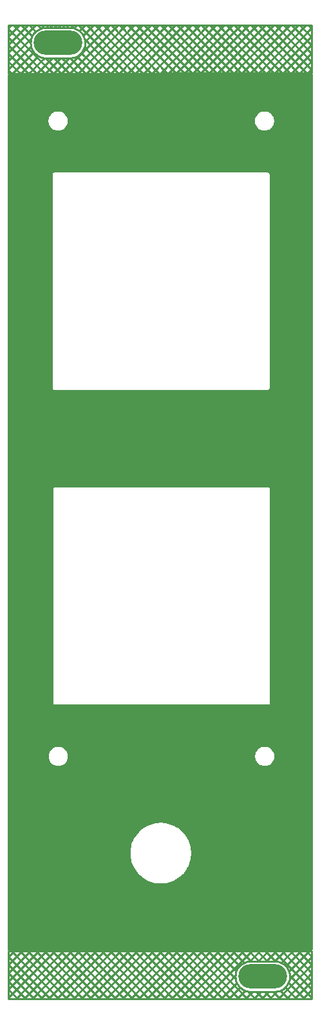
<source format=gbl>
G04 Layer: BottomLayer*
G04 EasyEDA v6.5.34, 2023-08-21 18:11:39*
G04 41bd66247c774cb09e50729edd233ae6,5a6b42c53f6a479593ecc07194224c93,10*
G04 Gerber Generator version 0.2*
G04 Scale: 100 percent, Rotated: No, Reflected: No *
G04 Dimensions in millimeters *
G04 leading zeros omitted , absolute positions ,4 integer and 5 decimal *
%FSLAX45Y45*%
%MOMM*%

%ADD10C,0.2540*%
%ADD11O,6.4000126X3.1999936*%

%LPD*%
G36*
X36068Y673100D02*
G01*
X32156Y673862D01*
X28905Y676097D01*
X26670Y679348D01*
X25908Y683260D01*
X25908Y12143841D01*
X26670Y12147753D01*
X28854Y12151004D01*
X32156Y12153239D01*
X36017Y12154001D01*
X4027881Y12166498D01*
X4031792Y12165736D01*
X4035094Y12163501D01*
X4037329Y12160199D01*
X4038092Y12156338D01*
X4038092Y683260D01*
X4037329Y679348D01*
X4035094Y676097D01*
X4031843Y673862D01*
X4027932Y673100D01*
G37*

%LPC*%
G36*
X2025294Y1548536D02*
G01*
X2053082Y1548536D01*
X2080869Y1550466D01*
X2108403Y1554327D01*
X2135632Y1560118D01*
X2162352Y1567789D01*
X2188514Y1577289D01*
X2213914Y1588617D01*
X2238502Y1601673D01*
X2262073Y1616405D01*
X2284577Y1632762D01*
X2305913Y1650644D01*
X2325928Y1669999D01*
X2344521Y1690674D01*
X2361692Y1712569D01*
X2377236Y1735632D01*
X2391156Y1759762D01*
X2403348Y1784756D01*
X2413762Y1810562D01*
X2422347Y1837029D01*
X2429103Y1864004D01*
X2433929Y1891385D01*
X2436825Y1919071D01*
X2437790Y1946859D01*
X2436825Y1974697D01*
X2433929Y2002383D01*
X2429103Y2029764D01*
X2422347Y2056739D01*
X2413762Y2083206D01*
X2403348Y2109012D01*
X2391156Y2134006D01*
X2377236Y2158085D01*
X2361692Y2181199D01*
X2344521Y2203094D01*
X2325928Y2223770D01*
X2305913Y2243124D01*
X2284577Y2261006D01*
X2262073Y2277364D01*
X2238502Y2292096D01*
X2213914Y2305151D01*
X2188514Y2316480D01*
X2162352Y2325979D01*
X2135632Y2333650D01*
X2108403Y2339441D01*
X2080869Y2343302D01*
X2053082Y2345232D01*
X2025294Y2345232D01*
X1997506Y2343302D01*
X1969973Y2339441D01*
X1942744Y2333650D01*
X1916023Y2325979D01*
X1889861Y2316480D01*
X1864461Y2305151D01*
X1839874Y2292096D01*
X1816303Y2277364D01*
X1793798Y2261006D01*
X1772462Y2243124D01*
X1752447Y2223770D01*
X1733854Y2203094D01*
X1716735Y2181199D01*
X1701139Y2158085D01*
X1687271Y2134006D01*
X1675028Y2109012D01*
X1664614Y2083206D01*
X1656029Y2056739D01*
X1649323Y2029764D01*
X1644446Y2002383D01*
X1641551Y1974697D01*
X1640586Y1946859D01*
X1641551Y1919071D01*
X1644446Y1891385D01*
X1649323Y1864004D01*
X1656029Y1837029D01*
X1664614Y1810562D01*
X1675028Y1784756D01*
X1687271Y1759762D01*
X1701139Y1735632D01*
X1716735Y1712569D01*
X1733854Y1690674D01*
X1752447Y1669999D01*
X1772462Y1650644D01*
X1793798Y1632762D01*
X1816303Y1616405D01*
X1839874Y1601673D01*
X1864461Y1588617D01*
X1889861Y1577289D01*
X1916023Y1567789D01*
X1942744Y1560118D01*
X1969973Y1554327D01*
X1997506Y1550466D01*
G37*
G36*
X691388Y3090976D02*
G01*
X706577Y3091891D01*
X721512Y3094634D01*
X736041Y3099155D01*
X749909Y3105404D01*
X762914Y3113278D01*
X774852Y3122676D01*
X785622Y3133394D01*
X794969Y3145383D01*
X802843Y3158388D01*
X809091Y3172256D01*
X813612Y3186734D01*
X816356Y3201720D01*
X817270Y3216859D01*
X816356Y3232048D01*
X813612Y3247034D01*
X809091Y3261512D01*
X802843Y3275380D01*
X794969Y3288385D01*
X785622Y3300374D01*
X774852Y3311093D01*
X762914Y3320491D01*
X749909Y3328365D01*
X736041Y3334613D01*
X721512Y3339134D01*
X706577Y3341878D01*
X691388Y3342792D01*
X676198Y3341878D01*
X661263Y3339134D01*
X646734Y3334613D01*
X632866Y3328365D01*
X619861Y3320491D01*
X607923Y3311093D01*
X597154Y3300374D01*
X587806Y3288385D01*
X579932Y3275380D01*
X573684Y3261512D01*
X569163Y3247034D01*
X566420Y3232048D01*
X565505Y3216859D01*
X566420Y3201720D01*
X569163Y3186734D01*
X573684Y3172256D01*
X579932Y3158388D01*
X587806Y3145383D01*
X597154Y3133394D01*
X607923Y3122676D01*
X619861Y3113278D01*
X632866Y3105404D01*
X646734Y3099155D01*
X661263Y3094634D01*
X676198Y3091891D01*
G37*
G36*
X3406394Y3090976D02*
G01*
X3421583Y3091891D01*
X3436518Y3094634D01*
X3451047Y3099155D01*
X3464915Y3105404D01*
X3477920Y3113278D01*
X3489858Y3122676D01*
X3500628Y3133394D01*
X3509975Y3145383D01*
X3517849Y3158388D01*
X3524097Y3172256D01*
X3528618Y3186734D01*
X3531362Y3201720D01*
X3532276Y3216859D01*
X3531362Y3232048D01*
X3528618Y3247034D01*
X3524097Y3261512D01*
X3517849Y3275380D01*
X3509975Y3288385D01*
X3500628Y3300374D01*
X3489858Y3311093D01*
X3477920Y3320491D01*
X3464915Y3328365D01*
X3451047Y3334613D01*
X3436518Y3339134D01*
X3421583Y3341878D01*
X3406394Y3342792D01*
X3391204Y3341878D01*
X3376269Y3339134D01*
X3361740Y3334613D01*
X3347872Y3328365D01*
X3334867Y3320491D01*
X3322929Y3311093D01*
X3312160Y3300374D01*
X3302812Y3288385D01*
X3294938Y3275380D01*
X3288690Y3261512D01*
X3284169Y3247034D01*
X3281426Y3232048D01*
X3280511Y3216859D01*
X3281426Y3201720D01*
X3284169Y3186734D01*
X3288690Y3172256D01*
X3294938Y3158388D01*
X3302812Y3145383D01*
X3312160Y3133394D01*
X3322929Y3122676D01*
X3334867Y3113278D01*
X3347872Y3105404D01*
X3361740Y3099155D01*
X3376269Y3094634D01*
X3391204Y3091891D01*
G37*
G36*
X651764Y3893667D02*
G01*
X3450590Y3893667D01*
X3456940Y3894378D01*
X3462375Y3896309D01*
X3467303Y3899357D01*
X3471367Y3903472D01*
X3474465Y3908348D01*
X3476345Y3913835D01*
X3477056Y3920134D01*
X3477056Y6719011D01*
X3476345Y6725310D01*
X3474465Y6730796D01*
X3471367Y6735673D01*
X3467303Y6739788D01*
X3462375Y6742836D01*
X3456940Y6744766D01*
X3450590Y6745478D01*
X651764Y6745478D01*
X645414Y6744766D01*
X639978Y6742836D01*
X635050Y6739788D01*
X630986Y6735673D01*
X627888Y6730796D01*
X625957Y6725310D01*
X625246Y6719011D01*
X625246Y3920134D01*
X625957Y3913835D01*
X627888Y3908348D01*
X630986Y3903472D01*
X635050Y3899357D01*
X639978Y3896309D01*
X645414Y3894378D01*
G37*
G36*
X644398Y8019491D02*
G01*
X3443224Y8019491D01*
X3449574Y8020202D01*
X3455009Y8022132D01*
X3459937Y8025180D01*
X3464001Y8029295D01*
X3467100Y8034172D01*
X3469030Y8039658D01*
X3469741Y8045958D01*
X3469741Y10844834D01*
X3469030Y10851134D01*
X3467100Y10856620D01*
X3464001Y10861497D01*
X3459937Y10865612D01*
X3455009Y10868660D01*
X3449574Y10870590D01*
X3443224Y10871301D01*
X644398Y10871301D01*
X638048Y10870590D01*
X632612Y10868660D01*
X627684Y10865612D01*
X623620Y10861497D01*
X620522Y10856620D01*
X618642Y10851134D01*
X617931Y10844834D01*
X617931Y8045958D01*
X618642Y8039658D01*
X620522Y8034172D01*
X623620Y8029295D01*
X627684Y8025180D01*
X632612Y8022132D01*
X638048Y8020202D01*
G37*
G36*
X3403600Y11422176D02*
G01*
X3418789Y11423091D01*
X3433724Y11425834D01*
X3448253Y11430355D01*
X3462121Y11436604D01*
X3475126Y11444478D01*
X3487064Y11453876D01*
X3497834Y11464594D01*
X3507181Y11476583D01*
X3515055Y11489588D01*
X3521303Y11503456D01*
X3525824Y11517934D01*
X3528568Y11532920D01*
X3529482Y11548059D01*
X3528568Y11563248D01*
X3525824Y11578234D01*
X3521303Y11592712D01*
X3515055Y11606580D01*
X3507181Y11619585D01*
X3497834Y11631574D01*
X3487064Y11642293D01*
X3475126Y11651691D01*
X3462121Y11659565D01*
X3448253Y11665813D01*
X3433724Y11670334D01*
X3418789Y11673078D01*
X3403600Y11673992D01*
X3388410Y11673078D01*
X3373475Y11670334D01*
X3358946Y11665813D01*
X3345078Y11659565D01*
X3332073Y11651691D01*
X3320135Y11642293D01*
X3309365Y11631574D01*
X3300018Y11619585D01*
X3292144Y11606580D01*
X3285896Y11592712D01*
X3281375Y11578234D01*
X3278632Y11563248D01*
X3277717Y11548059D01*
X3278632Y11532920D01*
X3281375Y11517934D01*
X3285896Y11503456D01*
X3292144Y11489588D01*
X3300018Y11476583D01*
X3309365Y11464594D01*
X3320135Y11453876D01*
X3332073Y11444478D01*
X3345078Y11436604D01*
X3358946Y11430355D01*
X3373475Y11425834D01*
X3388410Y11423091D01*
G37*
G36*
X688594Y11422176D02*
G01*
X703783Y11423091D01*
X718718Y11425834D01*
X733247Y11430355D01*
X747115Y11436604D01*
X760120Y11444478D01*
X772058Y11453876D01*
X782828Y11464594D01*
X792175Y11476583D01*
X800049Y11489588D01*
X806297Y11503456D01*
X810818Y11517934D01*
X813562Y11532920D01*
X814476Y11548059D01*
X813562Y11563248D01*
X810818Y11578234D01*
X806297Y11592712D01*
X800049Y11606580D01*
X792175Y11619585D01*
X782828Y11631574D01*
X772058Y11642293D01*
X760120Y11651691D01*
X747115Y11659565D01*
X733247Y11665813D01*
X718718Y11670334D01*
X703783Y11673078D01*
X688594Y11673992D01*
X673404Y11673078D01*
X658469Y11670334D01*
X643940Y11665813D01*
X630072Y11659565D01*
X617067Y11651691D01*
X605129Y11642293D01*
X594360Y11631574D01*
X585012Y11619585D01*
X577138Y11606580D01*
X570890Y11592712D01*
X566369Y11578234D01*
X563626Y11563248D01*
X562711Y11548059D01*
X563626Y11532920D01*
X566369Y11517934D01*
X570890Y11503456D01*
X577138Y11489588D01*
X585012Y11476583D01*
X594360Y11464594D01*
X605129Y11453876D01*
X617067Y11444478D01*
X630072Y11436604D01*
X643940Y11430355D01*
X658469Y11425834D01*
X673404Y11423091D01*
G37*

%LPD*%
D10*
X3962400Y655393D02*
G01*
X3962400Y718893D01*
X4000500Y12128500D02*
G01*
X4000500Y12192000D01*
X4025138Y12179432D02*
G01*
X38862Y12166975D01*
X38862Y12166975D02*
G01*
X38862Y12800837D01*
X38862Y12800837D02*
G01*
X4025138Y12800837D01*
X4025138Y12800837D02*
G01*
X4025138Y12179432D01*
X372076Y12446843D02*
G01*
X385182Y12432383D01*
X385182Y12432383D02*
G01*
X399642Y12419277D01*
X399642Y12419277D02*
G01*
X415317Y12407652D01*
X415317Y12407652D02*
G01*
X432056Y12397619D01*
X432056Y12397619D02*
G01*
X449697Y12389275D01*
X449697Y12389275D02*
G01*
X468072Y12382701D01*
X468072Y12382701D02*
G01*
X487003Y12377959D01*
X487003Y12377959D02*
G01*
X506307Y12375095D01*
X506307Y12375095D02*
G01*
X525799Y12374138D01*
X525799Y12374138D02*
G01*
X845800Y12374138D01*
X845800Y12374138D02*
G01*
X865292Y12375095D01*
X865292Y12375095D02*
G01*
X884596Y12377959D01*
X884596Y12377959D02*
G01*
X903527Y12382701D01*
X903527Y12382701D02*
G01*
X921902Y12389275D01*
X921902Y12389275D02*
G01*
X939543Y12397619D01*
X939543Y12397619D02*
G01*
X956282Y12407652D01*
X956282Y12407652D02*
G01*
X971957Y12419277D01*
X971957Y12419277D02*
G01*
X986417Y12432383D01*
X986417Y12432383D02*
G01*
X999523Y12446843D01*
X999523Y12446843D02*
G01*
X1011148Y12462518D01*
X1011148Y12462518D02*
G01*
X1021181Y12479257D01*
X1021181Y12479257D02*
G01*
X1029525Y12496898D01*
X1029525Y12496898D02*
G01*
X1036099Y12515273D01*
X1036099Y12515273D02*
G01*
X1040841Y12534204D01*
X1040841Y12534204D02*
G01*
X1043705Y12553508D01*
X1043705Y12553508D02*
G01*
X1044662Y12573000D01*
X1044662Y12573000D02*
G01*
X1043705Y12592491D01*
X1043705Y12592491D02*
G01*
X1040841Y12611795D01*
X1040841Y12611795D02*
G01*
X1036099Y12630726D01*
X1036099Y12630726D02*
G01*
X1029525Y12649101D01*
X1029525Y12649101D02*
G01*
X1021181Y12666742D01*
X1021181Y12666742D02*
G01*
X1011148Y12683481D01*
X1011148Y12683481D02*
G01*
X999523Y12699156D01*
X999523Y12699156D02*
G01*
X986417Y12713616D01*
X986417Y12713616D02*
G01*
X971957Y12726722D01*
X971957Y12726722D02*
G01*
X956282Y12738347D01*
X956282Y12738347D02*
G01*
X939543Y12748380D01*
X939543Y12748380D02*
G01*
X921902Y12756724D01*
X921902Y12756724D02*
G01*
X903527Y12763298D01*
X903527Y12763298D02*
G01*
X884596Y12768040D01*
X884596Y12768040D02*
G01*
X865292Y12770904D01*
X865292Y12770904D02*
G01*
X845800Y12771861D01*
X845800Y12771861D02*
G01*
X525799Y12771861D01*
X525799Y12771861D02*
G01*
X506307Y12770904D01*
X506307Y12770904D02*
G01*
X487003Y12768040D01*
X487003Y12768040D02*
G01*
X468072Y12763298D01*
X468072Y12763298D02*
G01*
X449697Y12756724D01*
X449697Y12756724D02*
G01*
X432056Y12748380D01*
X432056Y12748380D02*
G01*
X415317Y12738347D01*
X415317Y12738347D02*
G01*
X399642Y12726722D01*
X399642Y12726722D02*
G01*
X385182Y12713616D01*
X385182Y12713616D02*
G01*
X372076Y12699156D01*
X372076Y12699156D02*
G01*
X360451Y12683481D01*
X360451Y12683481D02*
G01*
X350418Y12666742D01*
X350418Y12666742D02*
G01*
X342074Y12649101D01*
X342074Y12649101D02*
G01*
X335500Y12630726D01*
X335500Y12630726D02*
G01*
X330758Y12611795D01*
X330758Y12611795D02*
G01*
X327894Y12592491D01*
X327894Y12592491D02*
G01*
X326937Y12573000D01*
X326937Y12573000D02*
G01*
X327894Y12553508D01*
X327894Y12553508D02*
G01*
X330758Y12534204D01*
X330758Y12534204D02*
G01*
X335500Y12515273D01*
X335500Y12515273D02*
G01*
X342074Y12496898D01*
X342074Y12496898D02*
G01*
X350418Y12479257D01*
X350418Y12479257D02*
G01*
X360451Y12462518D01*
X360451Y12462518D02*
G01*
X372076Y12446843D01*
X38862Y12215467D02*
G01*
X87203Y12167126D01*
X38862Y12323230D02*
G01*
X194630Y12167462D01*
X38862Y12430993D02*
G01*
X302058Y12167798D01*
X38862Y12538756D02*
G01*
X409485Y12168133D01*
X38862Y12646520D02*
G01*
X516912Y12168469D01*
X38862Y12754283D02*
G01*
X624340Y12168805D01*
X100070Y12800837D02*
G01*
X326982Y12573925D01*
X526770Y12374138D02*
G01*
X731767Y12169140D01*
X207833Y12800837D02*
G01*
X347692Y12660978D01*
X634533Y12374138D02*
G01*
X839194Y12169476D01*
X315596Y12800837D02*
G01*
X394433Y12722000D01*
X742296Y12374138D02*
G01*
X946622Y12169812D01*
X423359Y12800837D02*
G01*
X462789Y12761408D01*
X849859Y12374337D02*
G01*
X1054049Y12170147D01*
X531122Y12800837D02*
G01*
X560098Y12771861D01*
X936011Y12395949D02*
G01*
X1161476Y12170483D01*
X638885Y12800837D02*
G01*
X667862Y12771861D01*
X996364Y12443358D02*
G01*
X1268904Y12170819D01*
X746648Y12800837D02*
G01*
X775625Y12771861D01*
X1035075Y12512411D02*
G01*
X1376331Y12171154D01*
X854411Y12800837D02*
G01*
X888082Y12767167D01*
X1039968Y12615281D02*
G01*
X1483759Y12171490D01*
X962174Y12800837D02*
G01*
X1591186Y12171826D01*
X1069937Y12800837D02*
G01*
X1698613Y12172162D01*
X1177700Y12800837D02*
G01*
X1806041Y12172497D01*
X1285464Y12800837D02*
G01*
X1913468Y12172833D01*
X1393227Y12800837D02*
G01*
X2020895Y12173169D01*
X1500990Y12800837D02*
G01*
X2128323Y12173504D01*
X1608753Y12800837D02*
G01*
X2235750Y12173840D01*
X1716516Y12800837D02*
G01*
X2343177Y12174176D01*
X1824279Y12800837D02*
G01*
X2450605Y12174512D01*
X1932042Y12800837D02*
G01*
X2558032Y12174847D01*
X2039805Y12800837D02*
G01*
X2665459Y12175183D01*
X2147568Y12800837D02*
G01*
X2772887Y12175519D01*
X2255331Y12800837D02*
G01*
X2880314Y12175854D01*
X2363094Y12800837D02*
G01*
X2987742Y12176190D01*
X2470857Y12800837D02*
G01*
X3095169Y12176526D01*
X2578620Y12800837D02*
G01*
X3202596Y12176862D01*
X2686384Y12800837D02*
G01*
X3310024Y12177197D01*
X2794147Y12800837D02*
G01*
X3417451Y12177533D01*
X2901910Y12800837D02*
G01*
X3524878Y12177869D01*
X3009673Y12800837D02*
G01*
X3632306Y12178205D01*
X3117436Y12800837D02*
G01*
X3739733Y12178540D01*
X3225199Y12800837D02*
G01*
X3847160Y12178876D01*
X3332962Y12800837D02*
G01*
X3954588Y12179212D01*
X3440725Y12800837D02*
G01*
X4025138Y12216425D01*
X3548488Y12800837D02*
G01*
X4025138Y12324188D01*
X3656251Y12800837D02*
G01*
X4025138Y12431951D01*
X3764014Y12800837D02*
G01*
X4025138Y12539714D01*
X3871777Y12800837D02*
G01*
X4025138Y12647477D01*
X3979540Y12800837D02*
G01*
X4025138Y12755240D01*
X3976249Y12179279D02*
G01*
X4025138Y12228167D01*
X3868148Y12178942D02*
G01*
X4025138Y12335930D01*
X3760048Y12178604D02*
G01*
X4025138Y12443693D01*
X3651947Y12178266D02*
G01*
X4025138Y12551456D01*
X3543846Y12177928D02*
G01*
X4025138Y12659220D01*
X3435745Y12177590D02*
G01*
X4025138Y12766983D01*
X3327644Y12177253D02*
G01*
X3951229Y12800837D01*
X3219543Y12176915D02*
G01*
X3843466Y12800837D01*
X3111442Y12176577D02*
G01*
X3735703Y12800837D01*
X3003341Y12176239D02*
G01*
X3627940Y12800837D01*
X2895241Y12175901D02*
G01*
X3520177Y12800837D01*
X2787140Y12175563D02*
G01*
X3412414Y12800837D01*
X2679039Y12175226D02*
G01*
X3304651Y12800837D01*
X2570938Y12174888D02*
G01*
X3196888Y12800837D01*
X2462837Y12174550D02*
G01*
X3089125Y12800837D01*
X2354736Y12174212D02*
G01*
X2981362Y12800837D01*
X2246635Y12173874D02*
G01*
X2873599Y12800837D01*
X2138534Y12173536D02*
G01*
X2765835Y12800837D01*
X2030434Y12173199D02*
G01*
X2658072Y12800837D01*
X1922333Y12172861D02*
G01*
X2550309Y12800837D01*
X1814232Y12172523D02*
G01*
X2442546Y12800837D01*
X1706131Y12172185D02*
G01*
X2334783Y12800837D01*
X1598030Y12171847D02*
G01*
X2227020Y12800837D01*
X1489929Y12171510D02*
G01*
X2119257Y12800837D01*
X1381828Y12171172D02*
G01*
X2011494Y12800837D01*
X1273727Y12170834D02*
G01*
X1903731Y12800837D01*
X1165626Y12170496D02*
G01*
X1795968Y12800837D01*
X1057525Y12170158D02*
G01*
X1688205Y12800837D01*
X949425Y12169820D02*
G01*
X1580442Y12800837D01*
X841324Y12169483D02*
G01*
X1472679Y12800837D01*
X733223Y12169145D02*
G01*
X1364915Y12800837D01*
X625122Y12168807D02*
G01*
X830453Y12374138D01*
X1043944Y12587629D02*
G01*
X1257152Y12800837D01*
X517021Y12168469D02*
G01*
X722690Y12374138D01*
X1018975Y12670423D02*
G01*
X1149389Y12800837D01*
X408920Y12168131D02*
G01*
X614927Y12374138D01*
X969404Y12728615D02*
G01*
X1041626Y12800837D01*
X300819Y12167794D02*
G01*
X508036Y12375010D01*
X897767Y12764741D02*
G01*
X933863Y12800837D01*
X192718Y12167456D02*
G01*
X426320Y12401057D01*
X797124Y12771861D02*
G01*
X826100Y12800837D01*
X84618Y12167118D02*
G01*
X368783Y12451283D01*
X689361Y12771861D02*
G01*
X718337Y12800837D01*
X38862Y12229125D02*
G01*
X333398Y12523662D01*
X581598Y12771861D02*
G01*
X610574Y12800837D01*
X38862Y12336888D02*
G01*
X337060Y12635087D01*
X463711Y12761738D02*
G01*
X502811Y12800837D01*
X38862Y12444651D02*
G01*
X395048Y12800837D01*
X38862Y12552414D02*
G01*
X287285Y12800837D01*
X38862Y12660177D02*
G01*
X179522Y12800837D01*
X38862Y12767940D02*
G01*
X71759Y12800837D01*
X38862Y38862D02*
G01*
X38862Y660145D01*
X38862Y660145D02*
G01*
X4025138Y660145D01*
X4025138Y660145D02*
G01*
X4025138Y38862D01*
X4025138Y38862D02*
G01*
X38862Y38862D01*
X3064476Y204043D02*
G01*
X3077582Y189583D01*
X3077582Y189583D02*
G01*
X3092042Y176477D01*
X3092042Y176477D02*
G01*
X3107717Y164852D01*
X3107717Y164852D02*
G01*
X3124456Y154819D01*
X3124456Y154819D02*
G01*
X3142097Y146475D01*
X3142097Y146475D02*
G01*
X3160472Y139901D01*
X3160472Y139901D02*
G01*
X3179403Y135159D01*
X3179403Y135159D02*
G01*
X3198707Y132295D01*
X3198707Y132295D02*
G01*
X3218199Y131338D01*
X3218199Y131338D02*
G01*
X3538200Y131338D01*
X3538200Y131338D02*
G01*
X3557692Y132295D01*
X3557692Y132295D02*
G01*
X3576996Y135159D01*
X3576996Y135159D02*
G01*
X3595927Y139901D01*
X3595927Y139901D02*
G01*
X3614302Y146475D01*
X3614302Y146475D02*
G01*
X3631943Y154819D01*
X3631943Y154819D02*
G01*
X3648682Y164852D01*
X3648682Y164852D02*
G01*
X3664357Y176477D01*
X3664357Y176477D02*
G01*
X3678817Y189583D01*
X3678817Y189583D02*
G01*
X3691923Y204043D01*
X3691923Y204043D02*
G01*
X3703548Y219718D01*
X3703548Y219718D02*
G01*
X3713581Y236457D01*
X3713581Y236457D02*
G01*
X3721925Y254098D01*
X3721925Y254098D02*
G01*
X3728499Y272473D01*
X3728499Y272473D02*
G01*
X3733241Y291404D01*
X3733241Y291404D02*
G01*
X3736105Y310708D01*
X3736105Y310708D02*
G01*
X3737062Y330200D01*
X3737062Y330200D02*
G01*
X3736105Y349691D01*
X3736105Y349691D02*
G01*
X3733241Y368995D01*
X3733241Y368995D02*
G01*
X3728499Y387926D01*
X3728499Y387926D02*
G01*
X3721925Y406301D01*
X3721925Y406301D02*
G01*
X3713581Y423942D01*
X3713581Y423942D02*
G01*
X3703548Y440681D01*
X3703548Y440681D02*
G01*
X3691923Y456356D01*
X3691923Y456356D02*
G01*
X3678817Y470816D01*
X3678817Y470816D02*
G01*
X3664357Y483922D01*
X3664357Y483922D02*
G01*
X3648682Y495547D01*
X3648682Y495547D02*
G01*
X3631943Y505580D01*
X3631943Y505580D02*
G01*
X3614302Y513924D01*
X3614302Y513924D02*
G01*
X3595927Y520498D01*
X3595927Y520498D02*
G01*
X3576996Y525240D01*
X3576996Y525240D02*
G01*
X3557692Y528104D01*
X3557692Y528104D02*
G01*
X3538200Y529061D01*
X3538200Y529061D02*
G01*
X3218199Y529061D01*
X3218199Y529061D02*
G01*
X3198707Y528104D01*
X3198707Y528104D02*
G01*
X3179403Y525240D01*
X3179403Y525240D02*
G01*
X3160472Y520498D01*
X3160472Y520498D02*
G01*
X3142097Y513924D01*
X3142097Y513924D02*
G01*
X3124456Y505580D01*
X3124456Y505580D02*
G01*
X3107717Y495547D01*
X3107717Y495547D02*
G01*
X3092042Y483922D01*
X3092042Y483922D02*
G01*
X3077582Y470816D01*
X3077582Y470816D02*
G01*
X3064476Y456356D01*
X3064476Y456356D02*
G01*
X3052851Y440681D01*
X3052851Y440681D02*
G01*
X3042818Y423942D01*
X3042818Y423942D02*
G01*
X3034474Y406301D01*
X3034474Y406301D02*
G01*
X3027900Y387926D01*
X3027900Y387926D02*
G01*
X3023158Y368995D01*
X3023158Y368995D02*
G01*
X3020294Y349691D01*
X3020294Y349691D02*
G01*
X3019337Y330200D01*
X3019337Y330200D02*
G01*
X3020294Y310708D01*
X3020294Y310708D02*
G01*
X3023158Y291404D01*
X3023158Y291404D02*
G01*
X3027900Y272473D01*
X3027900Y272473D02*
G01*
X3034474Y254098D01*
X3034474Y254098D02*
G01*
X3042818Y236457D01*
X3042818Y236457D02*
G01*
X3052851Y219718D01*
X3052851Y219718D02*
G01*
X3064476Y204043D01*
X38862Y50940D02*
G01*
X50940Y38862D01*
X38862Y158703D02*
G01*
X158703Y38862D01*
X38862Y266466D02*
G01*
X266466Y38862D01*
X38862Y374229D02*
G01*
X374229Y38862D01*
X38862Y481992D02*
G01*
X481992Y38862D01*
X38862Y589755D02*
G01*
X589755Y38862D01*
X76235Y660145D02*
G01*
X697519Y38862D01*
X183998Y660145D02*
G01*
X805282Y38862D01*
X291761Y660145D02*
G01*
X913045Y38862D01*
X399524Y660145D02*
G01*
X1020808Y38862D01*
X507287Y660145D02*
G01*
X1128571Y38862D01*
X615050Y660145D02*
G01*
X1236334Y38862D01*
X722813Y660145D02*
G01*
X1344097Y38862D01*
X830576Y660145D02*
G01*
X1451860Y38862D01*
X938339Y660145D02*
G01*
X1559623Y38862D01*
X1046102Y660145D02*
G01*
X1667386Y38862D01*
X1153865Y660145D02*
G01*
X1775149Y38862D01*
X1261628Y660145D02*
G01*
X1882912Y38862D01*
X1369391Y660145D02*
G01*
X1990675Y38862D01*
X1477155Y660145D02*
G01*
X2098439Y38862D01*
X1584918Y660145D02*
G01*
X2206202Y38862D01*
X1692681Y660145D02*
G01*
X2313965Y38862D01*
X1800444Y660145D02*
G01*
X2421728Y38862D01*
X1908207Y660145D02*
G01*
X2529491Y38862D01*
X2015970Y660145D02*
G01*
X2637254Y38862D01*
X2123733Y660145D02*
G01*
X2745017Y38862D01*
X2231496Y660145D02*
G01*
X2852780Y38862D01*
X2339259Y660145D02*
G01*
X2960543Y38862D01*
X2447022Y660145D02*
G01*
X3068306Y38862D01*
X2554785Y660145D02*
G01*
X3176069Y38862D01*
X2662548Y660145D02*
G01*
X3021741Y300952D01*
X3188951Y133742D02*
G01*
X3283832Y38862D01*
X2770311Y660145D02*
G01*
X3031755Y398702D01*
X3299119Y131338D02*
G01*
X3391595Y38862D01*
X2878075Y660145D02*
G01*
X3072743Y465477D01*
X3406882Y131338D02*
G01*
X3499359Y38862D01*
X2985838Y660145D02*
G01*
X3135283Y510701D01*
X3514645Y131338D02*
G01*
X3607122Y38862D01*
X3093601Y660145D02*
G01*
X3224685Y529061D01*
X3609124Y144623D02*
G01*
X3714885Y38862D01*
X3201364Y660145D02*
G01*
X3332448Y529061D01*
X3675202Y186307D02*
G01*
X3822648Y38862D01*
X3309127Y660145D02*
G01*
X3440211Y529061D01*
X3719757Y249515D02*
G01*
X3930411Y38862D01*
X3416890Y660145D02*
G01*
X3548479Y528556D01*
X3736557Y340478D02*
G01*
X4025138Y51898D01*
X3524653Y660145D02*
G01*
X4025138Y159661D01*
X3632416Y660145D02*
G01*
X4025138Y267424D01*
X3740179Y660145D02*
G01*
X4025138Y375187D01*
X3847942Y660145D02*
G01*
X4025138Y482950D01*
X3955705Y660145D02*
G01*
X4025138Y590713D01*
X4013059Y38862D02*
G01*
X4025138Y50940D01*
X3905296Y38862D02*
G01*
X4025138Y158703D01*
X3797533Y38862D02*
G01*
X4025138Y266466D01*
X3689770Y38862D02*
G01*
X4025138Y374229D01*
X3582007Y38862D02*
G01*
X4025138Y481992D01*
X3474244Y38862D02*
G01*
X3569417Y134035D01*
X3734365Y298983D02*
G01*
X4025138Y589755D01*
X3366480Y38862D02*
G01*
X3458957Y131338D01*
X3725086Y397467D02*
G01*
X3987764Y660145D01*
X3258717Y38862D02*
G01*
X3351194Y131338D01*
X3684453Y464597D02*
G01*
X3880001Y660145D01*
X3150954Y38862D02*
G01*
X3243431Y131338D01*
X3622255Y510162D02*
G01*
X3772238Y660145D01*
X3043191Y38862D02*
G01*
X3148510Y144181D01*
X3533391Y529061D02*
G01*
X3664475Y660145D01*
X2935428Y38862D02*
G01*
X3082076Y185510D01*
X3425628Y529061D02*
G01*
X3556712Y660145D01*
X2827665Y38862D02*
G01*
X3037180Y248377D01*
X3317865Y529061D02*
G01*
X3448949Y660145D01*
X2719902Y38862D02*
G01*
X3019755Y338715D01*
X3209683Y528643D02*
G01*
X3341186Y660145D01*
X2612139Y38862D02*
G01*
X3233423Y660145D01*
X2504376Y38862D02*
G01*
X3125660Y660145D01*
X2396613Y38862D02*
G01*
X3017897Y660145D01*
X2288850Y38862D02*
G01*
X2910134Y660145D01*
X2181087Y38862D02*
G01*
X2802371Y660145D01*
X2073324Y38862D02*
G01*
X2694608Y660145D01*
X1965560Y38862D02*
G01*
X2586844Y660145D01*
X1857797Y38862D02*
G01*
X2479081Y660145D01*
X1750034Y38862D02*
G01*
X2371318Y660145D01*
X1642271Y38862D02*
G01*
X2263555Y660145D01*
X1534508Y38862D02*
G01*
X2155792Y660145D01*
X1426745Y38862D02*
G01*
X2048029Y660145D01*
X1318982Y38862D02*
G01*
X1940266Y660145D01*
X1211219Y38862D02*
G01*
X1832503Y660145D01*
X1103456Y38862D02*
G01*
X1724740Y660145D01*
X995693Y38862D02*
G01*
X1616977Y660145D01*
X887930Y38862D02*
G01*
X1509214Y660145D01*
X780167Y38862D02*
G01*
X1401451Y660145D01*
X672404Y38862D02*
G01*
X1293688Y660145D01*
X564640Y38862D02*
G01*
X1185924Y660145D01*
X456877Y38862D02*
G01*
X1078161Y660145D01*
X349114Y38862D02*
G01*
X970398Y660145D01*
X241351Y38862D02*
G01*
X862635Y660145D01*
X133588Y38862D02*
G01*
X754872Y660145D01*
X38862Y51898D02*
G01*
X647109Y660145D01*
X38862Y159661D02*
G01*
X539346Y660145D01*
X38862Y267424D02*
G01*
X431583Y660145D01*
X38862Y375187D02*
G01*
X323820Y660145D01*
X38862Y482950D02*
G01*
X216057Y660145D01*
X38862Y590713D02*
G01*
X108294Y660145D01*
D11*
G01*
X685800Y12573000D03*
G01*
X3378200Y330200D03*
M02*

</source>
